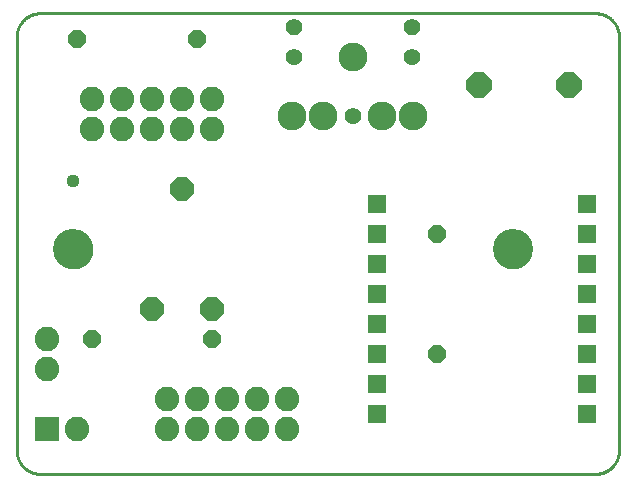
<source format=gbs>
G75*
%MOIN*%
%OFA0B0*%
%FSLAX25Y25*%
%IPPOS*%
%LPD*%
%AMOC8*
5,1,8,0,0,1.08239X$1,22.5*
%
%ADD10C,0.00000*%
%ADD11C,0.13398*%
%ADD12C,0.01000*%
%ADD13C,0.08200*%
%ADD14R,0.08200X0.08200*%
%ADD15C,0.05524*%
%ADD16C,0.09600*%
%ADD17OC8,0.07800*%
%ADD18OC8,0.08400*%
%ADD19R,0.06146X0.06146*%
%ADD20OC8,0.06000*%
%ADD21C,0.04369*%
D10*
X0014099Y0081103D02*
X0014101Y0081261D01*
X0014107Y0081419D01*
X0014117Y0081577D01*
X0014131Y0081735D01*
X0014149Y0081892D01*
X0014170Y0082049D01*
X0014196Y0082205D01*
X0014226Y0082361D01*
X0014259Y0082516D01*
X0014297Y0082669D01*
X0014338Y0082822D01*
X0014383Y0082974D01*
X0014432Y0083125D01*
X0014485Y0083274D01*
X0014541Y0083422D01*
X0014601Y0083568D01*
X0014665Y0083713D01*
X0014733Y0083856D01*
X0014804Y0083998D01*
X0014878Y0084138D01*
X0014956Y0084275D01*
X0015038Y0084411D01*
X0015122Y0084545D01*
X0015211Y0084676D01*
X0015302Y0084805D01*
X0015397Y0084932D01*
X0015494Y0085057D01*
X0015595Y0085179D01*
X0015699Y0085298D01*
X0015806Y0085415D01*
X0015916Y0085529D01*
X0016029Y0085640D01*
X0016144Y0085749D01*
X0016262Y0085854D01*
X0016383Y0085956D01*
X0016506Y0086056D01*
X0016632Y0086152D01*
X0016760Y0086245D01*
X0016890Y0086335D01*
X0017023Y0086421D01*
X0017158Y0086505D01*
X0017294Y0086584D01*
X0017433Y0086661D01*
X0017574Y0086733D01*
X0017716Y0086803D01*
X0017860Y0086868D01*
X0018006Y0086930D01*
X0018153Y0086988D01*
X0018302Y0087043D01*
X0018452Y0087094D01*
X0018603Y0087141D01*
X0018755Y0087184D01*
X0018908Y0087223D01*
X0019063Y0087259D01*
X0019218Y0087290D01*
X0019374Y0087318D01*
X0019530Y0087342D01*
X0019687Y0087362D01*
X0019845Y0087378D01*
X0020002Y0087390D01*
X0020161Y0087398D01*
X0020319Y0087402D01*
X0020477Y0087402D01*
X0020635Y0087398D01*
X0020794Y0087390D01*
X0020951Y0087378D01*
X0021109Y0087362D01*
X0021266Y0087342D01*
X0021422Y0087318D01*
X0021578Y0087290D01*
X0021733Y0087259D01*
X0021888Y0087223D01*
X0022041Y0087184D01*
X0022193Y0087141D01*
X0022344Y0087094D01*
X0022494Y0087043D01*
X0022643Y0086988D01*
X0022790Y0086930D01*
X0022936Y0086868D01*
X0023080Y0086803D01*
X0023222Y0086733D01*
X0023363Y0086661D01*
X0023502Y0086584D01*
X0023638Y0086505D01*
X0023773Y0086421D01*
X0023906Y0086335D01*
X0024036Y0086245D01*
X0024164Y0086152D01*
X0024290Y0086056D01*
X0024413Y0085956D01*
X0024534Y0085854D01*
X0024652Y0085749D01*
X0024767Y0085640D01*
X0024880Y0085529D01*
X0024990Y0085415D01*
X0025097Y0085298D01*
X0025201Y0085179D01*
X0025302Y0085057D01*
X0025399Y0084932D01*
X0025494Y0084805D01*
X0025585Y0084676D01*
X0025674Y0084545D01*
X0025758Y0084411D01*
X0025840Y0084275D01*
X0025918Y0084138D01*
X0025992Y0083998D01*
X0026063Y0083856D01*
X0026131Y0083713D01*
X0026195Y0083568D01*
X0026255Y0083422D01*
X0026311Y0083274D01*
X0026364Y0083125D01*
X0026413Y0082974D01*
X0026458Y0082822D01*
X0026499Y0082669D01*
X0026537Y0082516D01*
X0026570Y0082361D01*
X0026600Y0082205D01*
X0026626Y0082049D01*
X0026647Y0081892D01*
X0026665Y0081735D01*
X0026679Y0081577D01*
X0026689Y0081419D01*
X0026695Y0081261D01*
X0026697Y0081103D01*
X0026695Y0080945D01*
X0026689Y0080787D01*
X0026679Y0080629D01*
X0026665Y0080471D01*
X0026647Y0080314D01*
X0026626Y0080157D01*
X0026600Y0080001D01*
X0026570Y0079845D01*
X0026537Y0079690D01*
X0026499Y0079537D01*
X0026458Y0079384D01*
X0026413Y0079232D01*
X0026364Y0079081D01*
X0026311Y0078932D01*
X0026255Y0078784D01*
X0026195Y0078638D01*
X0026131Y0078493D01*
X0026063Y0078350D01*
X0025992Y0078208D01*
X0025918Y0078068D01*
X0025840Y0077931D01*
X0025758Y0077795D01*
X0025674Y0077661D01*
X0025585Y0077530D01*
X0025494Y0077401D01*
X0025399Y0077274D01*
X0025302Y0077149D01*
X0025201Y0077027D01*
X0025097Y0076908D01*
X0024990Y0076791D01*
X0024880Y0076677D01*
X0024767Y0076566D01*
X0024652Y0076457D01*
X0024534Y0076352D01*
X0024413Y0076250D01*
X0024290Y0076150D01*
X0024164Y0076054D01*
X0024036Y0075961D01*
X0023906Y0075871D01*
X0023773Y0075785D01*
X0023638Y0075701D01*
X0023502Y0075622D01*
X0023363Y0075545D01*
X0023222Y0075473D01*
X0023080Y0075403D01*
X0022936Y0075338D01*
X0022790Y0075276D01*
X0022643Y0075218D01*
X0022494Y0075163D01*
X0022344Y0075112D01*
X0022193Y0075065D01*
X0022041Y0075022D01*
X0021888Y0074983D01*
X0021733Y0074947D01*
X0021578Y0074916D01*
X0021422Y0074888D01*
X0021266Y0074864D01*
X0021109Y0074844D01*
X0020951Y0074828D01*
X0020794Y0074816D01*
X0020635Y0074808D01*
X0020477Y0074804D01*
X0020319Y0074804D01*
X0020161Y0074808D01*
X0020002Y0074816D01*
X0019845Y0074828D01*
X0019687Y0074844D01*
X0019530Y0074864D01*
X0019374Y0074888D01*
X0019218Y0074916D01*
X0019063Y0074947D01*
X0018908Y0074983D01*
X0018755Y0075022D01*
X0018603Y0075065D01*
X0018452Y0075112D01*
X0018302Y0075163D01*
X0018153Y0075218D01*
X0018006Y0075276D01*
X0017860Y0075338D01*
X0017716Y0075403D01*
X0017574Y0075473D01*
X0017433Y0075545D01*
X0017294Y0075622D01*
X0017158Y0075701D01*
X0017023Y0075785D01*
X0016890Y0075871D01*
X0016760Y0075961D01*
X0016632Y0076054D01*
X0016506Y0076150D01*
X0016383Y0076250D01*
X0016262Y0076352D01*
X0016144Y0076457D01*
X0016029Y0076566D01*
X0015916Y0076677D01*
X0015806Y0076791D01*
X0015699Y0076908D01*
X0015595Y0077027D01*
X0015494Y0077149D01*
X0015397Y0077274D01*
X0015302Y0077401D01*
X0015211Y0077530D01*
X0015122Y0077661D01*
X0015038Y0077795D01*
X0014956Y0077931D01*
X0014878Y0078068D01*
X0014804Y0078208D01*
X0014733Y0078350D01*
X0014665Y0078493D01*
X0014601Y0078638D01*
X0014541Y0078784D01*
X0014485Y0078932D01*
X0014432Y0079081D01*
X0014383Y0079232D01*
X0014338Y0079384D01*
X0014297Y0079537D01*
X0014259Y0079690D01*
X0014226Y0079845D01*
X0014196Y0080001D01*
X0014170Y0080157D01*
X0014149Y0080314D01*
X0014131Y0080471D01*
X0014117Y0080629D01*
X0014107Y0080787D01*
X0014101Y0080945D01*
X0014099Y0081103D01*
X0091453Y0145300D02*
X0091455Y0145397D01*
X0091461Y0145494D01*
X0091471Y0145590D01*
X0091485Y0145686D01*
X0091503Y0145782D01*
X0091524Y0145876D01*
X0091550Y0145970D01*
X0091579Y0146062D01*
X0091613Y0146153D01*
X0091649Y0146243D01*
X0091690Y0146331D01*
X0091734Y0146417D01*
X0091782Y0146502D01*
X0091833Y0146584D01*
X0091887Y0146665D01*
X0091945Y0146743D01*
X0092006Y0146818D01*
X0092069Y0146891D01*
X0092136Y0146962D01*
X0092206Y0147029D01*
X0092278Y0147094D01*
X0092353Y0147155D01*
X0092431Y0147214D01*
X0092510Y0147269D01*
X0092592Y0147321D01*
X0092676Y0147369D01*
X0092762Y0147414D01*
X0092850Y0147456D01*
X0092939Y0147494D01*
X0093030Y0147528D01*
X0093122Y0147558D01*
X0093215Y0147585D01*
X0093310Y0147607D01*
X0093405Y0147626D01*
X0093501Y0147641D01*
X0093597Y0147652D01*
X0093694Y0147659D01*
X0093791Y0147662D01*
X0093888Y0147661D01*
X0093985Y0147656D01*
X0094081Y0147647D01*
X0094177Y0147634D01*
X0094273Y0147617D01*
X0094368Y0147596D01*
X0094461Y0147572D01*
X0094554Y0147543D01*
X0094646Y0147511D01*
X0094736Y0147475D01*
X0094824Y0147436D01*
X0094911Y0147392D01*
X0094996Y0147346D01*
X0095079Y0147295D01*
X0095160Y0147242D01*
X0095238Y0147185D01*
X0095315Y0147125D01*
X0095388Y0147062D01*
X0095459Y0146996D01*
X0095527Y0146927D01*
X0095593Y0146855D01*
X0095655Y0146781D01*
X0095714Y0146704D01*
X0095770Y0146625D01*
X0095823Y0146543D01*
X0095873Y0146460D01*
X0095918Y0146374D01*
X0095961Y0146287D01*
X0096000Y0146198D01*
X0096035Y0146108D01*
X0096066Y0146016D01*
X0096093Y0145923D01*
X0096117Y0145829D01*
X0096137Y0145734D01*
X0096153Y0145638D01*
X0096165Y0145542D01*
X0096173Y0145445D01*
X0096177Y0145348D01*
X0096177Y0145252D01*
X0096173Y0145155D01*
X0096165Y0145058D01*
X0096153Y0144962D01*
X0096137Y0144866D01*
X0096117Y0144771D01*
X0096093Y0144677D01*
X0096066Y0144584D01*
X0096035Y0144492D01*
X0096000Y0144402D01*
X0095961Y0144313D01*
X0095918Y0144226D01*
X0095873Y0144140D01*
X0095823Y0144057D01*
X0095770Y0143975D01*
X0095714Y0143896D01*
X0095655Y0143819D01*
X0095593Y0143745D01*
X0095527Y0143673D01*
X0095459Y0143604D01*
X0095388Y0143538D01*
X0095315Y0143475D01*
X0095238Y0143415D01*
X0095160Y0143358D01*
X0095079Y0143305D01*
X0094996Y0143254D01*
X0094911Y0143208D01*
X0094824Y0143164D01*
X0094736Y0143125D01*
X0094646Y0143089D01*
X0094554Y0143057D01*
X0094461Y0143028D01*
X0094368Y0143004D01*
X0094273Y0142983D01*
X0094177Y0142966D01*
X0094081Y0142953D01*
X0093985Y0142944D01*
X0093888Y0142939D01*
X0093791Y0142938D01*
X0093694Y0142941D01*
X0093597Y0142948D01*
X0093501Y0142959D01*
X0093405Y0142974D01*
X0093310Y0142993D01*
X0093215Y0143015D01*
X0093122Y0143042D01*
X0093030Y0143072D01*
X0092939Y0143106D01*
X0092850Y0143144D01*
X0092762Y0143186D01*
X0092676Y0143231D01*
X0092592Y0143279D01*
X0092510Y0143331D01*
X0092431Y0143386D01*
X0092353Y0143445D01*
X0092278Y0143506D01*
X0092206Y0143571D01*
X0092136Y0143638D01*
X0092069Y0143709D01*
X0092006Y0143782D01*
X0091945Y0143857D01*
X0091887Y0143935D01*
X0091833Y0144016D01*
X0091782Y0144098D01*
X0091734Y0144183D01*
X0091690Y0144269D01*
X0091649Y0144357D01*
X0091613Y0144447D01*
X0091579Y0144538D01*
X0091550Y0144630D01*
X0091524Y0144724D01*
X0091503Y0144818D01*
X0091485Y0144914D01*
X0091471Y0145010D01*
X0091461Y0145106D01*
X0091455Y0145203D01*
X0091453Y0145300D01*
X0091453Y0155143D02*
X0091455Y0155240D01*
X0091461Y0155337D01*
X0091471Y0155433D01*
X0091485Y0155529D01*
X0091503Y0155625D01*
X0091524Y0155719D01*
X0091550Y0155813D01*
X0091579Y0155905D01*
X0091613Y0155996D01*
X0091649Y0156086D01*
X0091690Y0156174D01*
X0091734Y0156260D01*
X0091782Y0156345D01*
X0091833Y0156427D01*
X0091887Y0156508D01*
X0091945Y0156586D01*
X0092006Y0156661D01*
X0092069Y0156734D01*
X0092136Y0156805D01*
X0092206Y0156872D01*
X0092278Y0156937D01*
X0092353Y0156998D01*
X0092431Y0157057D01*
X0092510Y0157112D01*
X0092592Y0157164D01*
X0092676Y0157212D01*
X0092762Y0157257D01*
X0092850Y0157299D01*
X0092939Y0157337D01*
X0093030Y0157371D01*
X0093122Y0157401D01*
X0093215Y0157428D01*
X0093310Y0157450D01*
X0093405Y0157469D01*
X0093501Y0157484D01*
X0093597Y0157495D01*
X0093694Y0157502D01*
X0093791Y0157505D01*
X0093888Y0157504D01*
X0093985Y0157499D01*
X0094081Y0157490D01*
X0094177Y0157477D01*
X0094273Y0157460D01*
X0094368Y0157439D01*
X0094461Y0157415D01*
X0094554Y0157386D01*
X0094646Y0157354D01*
X0094736Y0157318D01*
X0094824Y0157279D01*
X0094911Y0157235D01*
X0094996Y0157189D01*
X0095079Y0157138D01*
X0095160Y0157085D01*
X0095238Y0157028D01*
X0095315Y0156968D01*
X0095388Y0156905D01*
X0095459Y0156839D01*
X0095527Y0156770D01*
X0095593Y0156698D01*
X0095655Y0156624D01*
X0095714Y0156547D01*
X0095770Y0156468D01*
X0095823Y0156386D01*
X0095873Y0156303D01*
X0095918Y0156217D01*
X0095961Y0156130D01*
X0096000Y0156041D01*
X0096035Y0155951D01*
X0096066Y0155859D01*
X0096093Y0155766D01*
X0096117Y0155672D01*
X0096137Y0155577D01*
X0096153Y0155481D01*
X0096165Y0155385D01*
X0096173Y0155288D01*
X0096177Y0155191D01*
X0096177Y0155095D01*
X0096173Y0154998D01*
X0096165Y0154901D01*
X0096153Y0154805D01*
X0096137Y0154709D01*
X0096117Y0154614D01*
X0096093Y0154520D01*
X0096066Y0154427D01*
X0096035Y0154335D01*
X0096000Y0154245D01*
X0095961Y0154156D01*
X0095918Y0154069D01*
X0095873Y0153983D01*
X0095823Y0153900D01*
X0095770Y0153818D01*
X0095714Y0153739D01*
X0095655Y0153662D01*
X0095593Y0153588D01*
X0095527Y0153516D01*
X0095459Y0153447D01*
X0095388Y0153381D01*
X0095315Y0153318D01*
X0095238Y0153258D01*
X0095160Y0153201D01*
X0095079Y0153148D01*
X0094996Y0153097D01*
X0094911Y0153051D01*
X0094824Y0153007D01*
X0094736Y0152968D01*
X0094646Y0152932D01*
X0094554Y0152900D01*
X0094461Y0152871D01*
X0094368Y0152847D01*
X0094273Y0152826D01*
X0094177Y0152809D01*
X0094081Y0152796D01*
X0093985Y0152787D01*
X0093888Y0152782D01*
X0093791Y0152781D01*
X0093694Y0152784D01*
X0093597Y0152791D01*
X0093501Y0152802D01*
X0093405Y0152817D01*
X0093310Y0152836D01*
X0093215Y0152858D01*
X0093122Y0152885D01*
X0093030Y0152915D01*
X0092939Y0152949D01*
X0092850Y0152987D01*
X0092762Y0153029D01*
X0092676Y0153074D01*
X0092592Y0153122D01*
X0092510Y0153174D01*
X0092431Y0153229D01*
X0092353Y0153288D01*
X0092278Y0153349D01*
X0092206Y0153414D01*
X0092136Y0153481D01*
X0092069Y0153552D01*
X0092006Y0153625D01*
X0091945Y0153700D01*
X0091887Y0153778D01*
X0091833Y0153859D01*
X0091782Y0153941D01*
X0091734Y0154026D01*
X0091690Y0154112D01*
X0091649Y0154200D01*
X0091613Y0154290D01*
X0091579Y0154381D01*
X0091550Y0154473D01*
X0091524Y0154567D01*
X0091503Y0154661D01*
X0091485Y0154757D01*
X0091471Y0154853D01*
X0091461Y0154949D01*
X0091455Y0155046D01*
X0091453Y0155143D01*
X0111138Y0125615D02*
X0111140Y0125712D01*
X0111146Y0125809D01*
X0111156Y0125905D01*
X0111170Y0126001D01*
X0111188Y0126097D01*
X0111209Y0126191D01*
X0111235Y0126285D01*
X0111264Y0126377D01*
X0111298Y0126468D01*
X0111334Y0126558D01*
X0111375Y0126646D01*
X0111419Y0126732D01*
X0111467Y0126817D01*
X0111518Y0126899D01*
X0111572Y0126980D01*
X0111630Y0127058D01*
X0111691Y0127133D01*
X0111754Y0127206D01*
X0111821Y0127277D01*
X0111891Y0127344D01*
X0111963Y0127409D01*
X0112038Y0127470D01*
X0112116Y0127529D01*
X0112195Y0127584D01*
X0112277Y0127636D01*
X0112361Y0127684D01*
X0112447Y0127729D01*
X0112535Y0127771D01*
X0112624Y0127809D01*
X0112715Y0127843D01*
X0112807Y0127873D01*
X0112900Y0127900D01*
X0112995Y0127922D01*
X0113090Y0127941D01*
X0113186Y0127956D01*
X0113282Y0127967D01*
X0113379Y0127974D01*
X0113476Y0127977D01*
X0113573Y0127976D01*
X0113670Y0127971D01*
X0113766Y0127962D01*
X0113862Y0127949D01*
X0113958Y0127932D01*
X0114053Y0127911D01*
X0114146Y0127887D01*
X0114239Y0127858D01*
X0114331Y0127826D01*
X0114421Y0127790D01*
X0114509Y0127751D01*
X0114596Y0127707D01*
X0114681Y0127661D01*
X0114764Y0127610D01*
X0114845Y0127557D01*
X0114923Y0127500D01*
X0115000Y0127440D01*
X0115073Y0127377D01*
X0115144Y0127311D01*
X0115212Y0127242D01*
X0115278Y0127170D01*
X0115340Y0127096D01*
X0115399Y0127019D01*
X0115455Y0126940D01*
X0115508Y0126858D01*
X0115558Y0126775D01*
X0115603Y0126689D01*
X0115646Y0126602D01*
X0115685Y0126513D01*
X0115720Y0126423D01*
X0115751Y0126331D01*
X0115778Y0126238D01*
X0115802Y0126144D01*
X0115822Y0126049D01*
X0115838Y0125953D01*
X0115850Y0125857D01*
X0115858Y0125760D01*
X0115862Y0125663D01*
X0115862Y0125567D01*
X0115858Y0125470D01*
X0115850Y0125373D01*
X0115838Y0125277D01*
X0115822Y0125181D01*
X0115802Y0125086D01*
X0115778Y0124992D01*
X0115751Y0124899D01*
X0115720Y0124807D01*
X0115685Y0124717D01*
X0115646Y0124628D01*
X0115603Y0124541D01*
X0115558Y0124455D01*
X0115508Y0124372D01*
X0115455Y0124290D01*
X0115399Y0124211D01*
X0115340Y0124134D01*
X0115278Y0124060D01*
X0115212Y0123988D01*
X0115144Y0123919D01*
X0115073Y0123853D01*
X0115000Y0123790D01*
X0114923Y0123730D01*
X0114845Y0123673D01*
X0114764Y0123620D01*
X0114681Y0123569D01*
X0114596Y0123523D01*
X0114509Y0123479D01*
X0114421Y0123440D01*
X0114331Y0123404D01*
X0114239Y0123372D01*
X0114146Y0123343D01*
X0114053Y0123319D01*
X0113958Y0123298D01*
X0113862Y0123281D01*
X0113766Y0123268D01*
X0113670Y0123259D01*
X0113573Y0123254D01*
X0113476Y0123253D01*
X0113379Y0123256D01*
X0113282Y0123263D01*
X0113186Y0123274D01*
X0113090Y0123289D01*
X0112995Y0123308D01*
X0112900Y0123330D01*
X0112807Y0123357D01*
X0112715Y0123387D01*
X0112624Y0123421D01*
X0112535Y0123459D01*
X0112447Y0123501D01*
X0112361Y0123546D01*
X0112277Y0123594D01*
X0112195Y0123646D01*
X0112116Y0123701D01*
X0112038Y0123760D01*
X0111963Y0123821D01*
X0111891Y0123886D01*
X0111821Y0123953D01*
X0111754Y0124024D01*
X0111691Y0124097D01*
X0111630Y0124172D01*
X0111572Y0124250D01*
X0111518Y0124331D01*
X0111467Y0124413D01*
X0111419Y0124498D01*
X0111375Y0124584D01*
X0111334Y0124672D01*
X0111298Y0124762D01*
X0111264Y0124853D01*
X0111235Y0124945D01*
X0111209Y0125039D01*
X0111188Y0125133D01*
X0111170Y0125229D01*
X0111156Y0125325D01*
X0111146Y0125421D01*
X0111140Y0125518D01*
X0111138Y0125615D01*
X0130823Y0145300D02*
X0130825Y0145397D01*
X0130831Y0145494D01*
X0130841Y0145590D01*
X0130855Y0145686D01*
X0130873Y0145782D01*
X0130894Y0145876D01*
X0130920Y0145970D01*
X0130949Y0146062D01*
X0130983Y0146153D01*
X0131019Y0146243D01*
X0131060Y0146331D01*
X0131104Y0146417D01*
X0131152Y0146502D01*
X0131203Y0146584D01*
X0131257Y0146665D01*
X0131315Y0146743D01*
X0131376Y0146818D01*
X0131439Y0146891D01*
X0131506Y0146962D01*
X0131576Y0147029D01*
X0131648Y0147094D01*
X0131723Y0147155D01*
X0131801Y0147214D01*
X0131880Y0147269D01*
X0131962Y0147321D01*
X0132046Y0147369D01*
X0132132Y0147414D01*
X0132220Y0147456D01*
X0132309Y0147494D01*
X0132400Y0147528D01*
X0132492Y0147558D01*
X0132585Y0147585D01*
X0132680Y0147607D01*
X0132775Y0147626D01*
X0132871Y0147641D01*
X0132967Y0147652D01*
X0133064Y0147659D01*
X0133161Y0147662D01*
X0133258Y0147661D01*
X0133355Y0147656D01*
X0133451Y0147647D01*
X0133547Y0147634D01*
X0133643Y0147617D01*
X0133738Y0147596D01*
X0133831Y0147572D01*
X0133924Y0147543D01*
X0134016Y0147511D01*
X0134106Y0147475D01*
X0134194Y0147436D01*
X0134281Y0147392D01*
X0134366Y0147346D01*
X0134449Y0147295D01*
X0134530Y0147242D01*
X0134608Y0147185D01*
X0134685Y0147125D01*
X0134758Y0147062D01*
X0134829Y0146996D01*
X0134897Y0146927D01*
X0134963Y0146855D01*
X0135025Y0146781D01*
X0135084Y0146704D01*
X0135140Y0146625D01*
X0135193Y0146543D01*
X0135243Y0146460D01*
X0135288Y0146374D01*
X0135331Y0146287D01*
X0135370Y0146198D01*
X0135405Y0146108D01*
X0135436Y0146016D01*
X0135463Y0145923D01*
X0135487Y0145829D01*
X0135507Y0145734D01*
X0135523Y0145638D01*
X0135535Y0145542D01*
X0135543Y0145445D01*
X0135547Y0145348D01*
X0135547Y0145252D01*
X0135543Y0145155D01*
X0135535Y0145058D01*
X0135523Y0144962D01*
X0135507Y0144866D01*
X0135487Y0144771D01*
X0135463Y0144677D01*
X0135436Y0144584D01*
X0135405Y0144492D01*
X0135370Y0144402D01*
X0135331Y0144313D01*
X0135288Y0144226D01*
X0135243Y0144140D01*
X0135193Y0144057D01*
X0135140Y0143975D01*
X0135084Y0143896D01*
X0135025Y0143819D01*
X0134963Y0143745D01*
X0134897Y0143673D01*
X0134829Y0143604D01*
X0134758Y0143538D01*
X0134685Y0143475D01*
X0134608Y0143415D01*
X0134530Y0143358D01*
X0134449Y0143305D01*
X0134366Y0143254D01*
X0134281Y0143208D01*
X0134194Y0143164D01*
X0134106Y0143125D01*
X0134016Y0143089D01*
X0133924Y0143057D01*
X0133831Y0143028D01*
X0133738Y0143004D01*
X0133643Y0142983D01*
X0133547Y0142966D01*
X0133451Y0142953D01*
X0133355Y0142944D01*
X0133258Y0142939D01*
X0133161Y0142938D01*
X0133064Y0142941D01*
X0132967Y0142948D01*
X0132871Y0142959D01*
X0132775Y0142974D01*
X0132680Y0142993D01*
X0132585Y0143015D01*
X0132492Y0143042D01*
X0132400Y0143072D01*
X0132309Y0143106D01*
X0132220Y0143144D01*
X0132132Y0143186D01*
X0132046Y0143231D01*
X0131962Y0143279D01*
X0131880Y0143331D01*
X0131801Y0143386D01*
X0131723Y0143445D01*
X0131648Y0143506D01*
X0131576Y0143571D01*
X0131506Y0143638D01*
X0131439Y0143709D01*
X0131376Y0143782D01*
X0131315Y0143857D01*
X0131257Y0143935D01*
X0131203Y0144016D01*
X0131152Y0144098D01*
X0131104Y0144183D01*
X0131060Y0144269D01*
X0131019Y0144357D01*
X0130983Y0144447D01*
X0130949Y0144538D01*
X0130920Y0144630D01*
X0130894Y0144724D01*
X0130873Y0144818D01*
X0130855Y0144914D01*
X0130841Y0145010D01*
X0130831Y0145106D01*
X0130825Y0145203D01*
X0130823Y0145300D01*
X0130823Y0155143D02*
X0130825Y0155240D01*
X0130831Y0155337D01*
X0130841Y0155433D01*
X0130855Y0155529D01*
X0130873Y0155625D01*
X0130894Y0155719D01*
X0130920Y0155813D01*
X0130949Y0155905D01*
X0130983Y0155996D01*
X0131019Y0156086D01*
X0131060Y0156174D01*
X0131104Y0156260D01*
X0131152Y0156345D01*
X0131203Y0156427D01*
X0131257Y0156508D01*
X0131315Y0156586D01*
X0131376Y0156661D01*
X0131439Y0156734D01*
X0131506Y0156805D01*
X0131576Y0156872D01*
X0131648Y0156937D01*
X0131723Y0156998D01*
X0131801Y0157057D01*
X0131880Y0157112D01*
X0131962Y0157164D01*
X0132046Y0157212D01*
X0132132Y0157257D01*
X0132220Y0157299D01*
X0132309Y0157337D01*
X0132400Y0157371D01*
X0132492Y0157401D01*
X0132585Y0157428D01*
X0132680Y0157450D01*
X0132775Y0157469D01*
X0132871Y0157484D01*
X0132967Y0157495D01*
X0133064Y0157502D01*
X0133161Y0157505D01*
X0133258Y0157504D01*
X0133355Y0157499D01*
X0133451Y0157490D01*
X0133547Y0157477D01*
X0133643Y0157460D01*
X0133738Y0157439D01*
X0133831Y0157415D01*
X0133924Y0157386D01*
X0134016Y0157354D01*
X0134106Y0157318D01*
X0134194Y0157279D01*
X0134281Y0157235D01*
X0134366Y0157189D01*
X0134449Y0157138D01*
X0134530Y0157085D01*
X0134608Y0157028D01*
X0134685Y0156968D01*
X0134758Y0156905D01*
X0134829Y0156839D01*
X0134897Y0156770D01*
X0134963Y0156698D01*
X0135025Y0156624D01*
X0135084Y0156547D01*
X0135140Y0156468D01*
X0135193Y0156386D01*
X0135243Y0156303D01*
X0135288Y0156217D01*
X0135331Y0156130D01*
X0135370Y0156041D01*
X0135405Y0155951D01*
X0135436Y0155859D01*
X0135463Y0155766D01*
X0135487Y0155672D01*
X0135507Y0155577D01*
X0135523Y0155481D01*
X0135535Y0155385D01*
X0135543Y0155288D01*
X0135547Y0155191D01*
X0135547Y0155095D01*
X0135543Y0154998D01*
X0135535Y0154901D01*
X0135523Y0154805D01*
X0135507Y0154709D01*
X0135487Y0154614D01*
X0135463Y0154520D01*
X0135436Y0154427D01*
X0135405Y0154335D01*
X0135370Y0154245D01*
X0135331Y0154156D01*
X0135288Y0154069D01*
X0135243Y0153983D01*
X0135193Y0153900D01*
X0135140Y0153818D01*
X0135084Y0153739D01*
X0135025Y0153662D01*
X0134963Y0153588D01*
X0134897Y0153516D01*
X0134829Y0153447D01*
X0134758Y0153381D01*
X0134685Y0153318D01*
X0134608Y0153258D01*
X0134530Y0153201D01*
X0134449Y0153148D01*
X0134366Y0153097D01*
X0134281Y0153051D01*
X0134194Y0153007D01*
X0134106Y0152968D01*
X0134016Y0152932D01*
X0133924Y0152900D01*
X0133831Y0152871D01*
X0133738Y0152847D01*
X0133643Y0152826D01*
X0133547Y0152809D01*
X0133451Y0152796D01*
X0133355Y0152787D01*
X0133258Y0152782D01*
X0133161Y0152781D01*
X0133064Y0152784D01*
X0132967Y0152791D01*
X0132871Y0152802D01*
X0132775Y0152817D01*
X0132680Y0152836D01*
X0132585Y0152858D01*
X0132492Y0152885D01*
X0132400Y0152915D01*
X0132309Y0152949D01*
X0132220Y0152987D01*
X0132132Y0153029D01*
X0132046Y0153074D01*
X0131962Y0153122D01*
X0131880Y0153174D01*
X0131801Y0153229D01*
X0131723Y0153288D01*
X0131648Y0153349D01*
X0131576Y0153414D01*
X0131506Y0153481D01*
X0131439Y0153552D01*
X0131376Y0153625D01*
X0131315Y0153700D01*
X0131257Y0153778D01*
X0131203Y0153859D01*
X0131152Y0153941D01*
X0131104Y0154026D01*
X0131060Y0154112D01*
X0131019Y0154200D01*
X0130983Y0154290D01*
X0130949Y0154381D01*
X0130920Y0154473D01*
X0130894Y0154567D01*
X0130873Y0154661D01*
X0130855Y0154757D01*
X0130841Y0154853D01*
X0130831Y0154949D01*
X0130825Y0155046D01*
X0130823Y0155143D01*
X0160555Y0081103D02*
X0160557Y0081261D01*
X0160563Y0081419D01*
X0160573Y0081577D01*
X0160587Y0081735D01*
X0160605Y0081892D01*
X0160626Y0082049D01*
X0160652Y0082205D01*
X0160682Y0082361D01*
X0160715Y0082516D01*
X0160753Y0082669D01*
X0160794Y0082822D01*
X0160839Y0082974D01*
X0160888Y0083125D01*
X0160941Y0083274D01*
X0160997Y0083422D01*
X0161057Y0083568D01*
X0161121Y0083713D01*
X0161189Y0083856D01*
X0161260Y0083998D01*
X0161334Y0084138D01*
X0161412Y0084275D01*
X0161494Y0084411D01*
X0161578Y0084545D01*
X0161667Y0084676D01*
X0161758Y0084805D01*
X0161853Y0084932D01*
X0161950Y0085057D01*
X0162051Y0085179D01*
X0162155Y0085298D01*
X0162262Y0085415D01*
X0162372Y0085529D01*
X0162485Y0085640D01*
X0162600Y0085749D01*
X0162718Y0085854D01*
X0162839Y0085956D01*
X0162962Y0086056D01*
X0163088Y0086152D01*
X0163216Y0086245D01*
X0163346Y0086335D01*
X0163479Y0086421D01*
X0163614Y0086505D01*
X0163750Y0086584D01*
X0163889Y0086661D01*
X0164030Y0086733D01*
X0164172Y0086803D01*
X0164316Y0086868D01*
X0164462Y0086930D01*
X0164609Y0086988D01*
X0164758Y0087043D01*
X0164908Y0087094D01*
X0165059Y0087141D01*
X0165211Y0087184D01*
X0165364Y0087223D01*
X0165519Y0087259D01*
X0165674Y0087290D01*
X0165830Y0087318D01*
X0165986Y0087342D01*
X0166143Y0087362D01*
X0166301Y0087378D01*
X0166458Y0087390D01*
X0166617Y0087398D01*
X0166775Y0087402D01*
X0166933Y0087402D01*
X0167091Y0087398D01*
X0167250Y0087390D01*
X0167407Y0087378D01*
X0167565Y0087362D01*
X0167722Y0087342D01*
X0167878Y0087318D01*
X0168034Y0087290D01*
X0168189Y0087259D01*
X0168344Y0087223D01*
X0168497Y0087184D01*
X0168649Y0087141D01*
X0168800Y0087094D01*
X0168950Y0087043D01*
X0169099Y0086988D01*
X0169246Y0086930D01*
X0169392Y0086868D01*
X0169536Y0086803D01*
X0169678Y0086733D01*
X0169819Y0086661D01*
X0169958Y0086584D01*
X0170094Y0086505D01*
X0170229Y0086421D01*
X0170362Y0086335D01*
X0170492Y0086245D01*
X0170620Y0086152D01*
X0170746Y0086056D01*
X0170869Y0085956D01*
X0170990Y0085854D01*
X0171108Y0085749D01*
X0171223Y0085640D01*
X0171336Y0085529D01*
X0171446Y0085415D01*
X0171553Y0085298D01*
X0171657Y0085179D01*
X0171758Y0085057D01*
X0171855Y0084932D01*
X0171950Y0084805D01*
X0172041Y0084676D01*
X0172130Y0084545D01*
X0172214Y0084411D01*
X0172296Y0084275D01*
X0172374Y0084138D01*
X0172448Y0083998D01*
X0172519Y0083856D01*
X0172587Y0083713D01*
X0172651Y0083568D01*
X0172711Y0083422D01*
X0172767Y0083274D01*
X0172820Y0083125D01*
X0172869Y0082974D01*
X0172914Y0082822D01*
X0172955Y0082669D01*
X0172993Y0082516D01*
X0173026Y0082361D01*
X0173056Y0082205D01*
X0173082Y0082049D01*
X0173103Y0081892D01*
X0173121Y0081735D01*
X0173135Y0081577D01*
X0173145Y0081419D01*
X0173151Y0081261D01*
X0173153Y0081103D01*
X0173151Y0080945D01*
X0173145Y0080787D01*
X0173135Y0080629D01*
X0173121Y0080471D01*
X0173103Y0080314D01*
X0173082Y0080157D01*
X0173056Y0080001D01*
X0173026Y0079845D01*
X0172993Y0079690D01*
X0172955Y0079537D01*
X0172914Y0079384D01*
X0172869Y0079232D01*
X0172820Y0079081D01*
X0172767Y0078932D01*
X0172711Y0078784D01*
X0172651Y0078638D01*
X0172587Y0078493D01*
X0172519Y0078350D01*
X0172448Y0078208D01*
X0172374Y0078068D01*
X0172296Y0077931D01*
X0172214Y0077795D01*
X0172130Y0077661D01*
X0172041Y0077530D01*
X0171950Y0077401D01*
X0171855Y0077274D01*
X0171758Y0077149D01*
X0171657Y0077027D01*
X0171553Y0076908D01*
X0171446Y0076791D01*
X0171336Y0076677D01*
X0171223Y0076566D01*
X0171108Y0076457D01*
X0170990Y0076352D01*
X0170869Y0076250D01*
X0170746Y0076150D01*
X0170620Y0076054D01*
X0170492Y0075961D01*
X0170362Y0075871D01*
X0170229Y0075785D01*
X0170094Y0075701D01*
X0169958Y0075622D01*
X0169819Y0075545D01*
X0169678Y0075473D01*
X0169536Y0075403D01*
X0169392Y0075338D01*
X0169246Y0075276D01*
X0169099Y0075218D01*
X0168950Y0075163D01*
X0168800Y0075112D01*
X0168649Y0075065D01*
X0168497Y0075022D01*
X0168344Y0074983D01*
X0168189Y0074947D01*
X0168034Y0074916D01*
X0167878Y0074888D01*
X0167722Y0074864D01*
X0167565Y0074844D01*
X0167407Y0074828D01*
X0167250Y0074816D01*
X0167091Y0074808D01*
X0166933Y0074804D01*
X0166775Y0074804D01*
X0166617Y0074808D01*
X0166458Y0074816D01*
X0166301Y0074828D01*
X0166143Y0074844D01*
X0165986Y0074864D01*
X0165830Y0074888D01*
X0165674Y0074916D01*
X0165519Y0074947D01*
X0165364Y0074983D01*
X0165211Y0075022D01*
X0165059Y0075065D01*
X0164908Y0075112D01*
X0164758Y0075163D01*
X0164609Y0075218D01*
X0164462Y0075276D01*
X0164316Y0075338D01*
X0164172Y0075403D01*
X0164030Y0075473D01*
X0163889Y0075545D01*
X0163750Y0075622D01*
X0163614Y0075701D01*
X0163479Y0075785D01*
X0163346Y0075871D01*
X0163216Y0075961D01*
X0163088Y0076054D01*
X0162962Y0076150D01*
X0162839Y0076250D01*
X0162718Y0076352D01*
X0162600Y0076457D01*
X0162485Y0076566D01*
X0162372Y0076677D01*
X0162262Y0076791D01*
X0162155Y0076908D01*
X0162051Y0077027D01*
X0161950Y0077149D01*
X0161853Y0077274D01*
X0161758Y0077401D01*
X0161667Y0077530D01*
X0161578Y0077661D01*
X0161494Y0077795D01*
X0161412Y0077931D01*
X0161334Y0078068D01*
X0161260Y0078208D01*
X0161189Y0078350D01*
X0161121Y0078493D01*
X0161057Y0078638D01*
X0160997Y0078784D01*
X0160941Y0078932D01*
X0160888Y0079081D01*
X0160839Y0079232D01*
X0160794Y0079384D01*
X0160753Y0079537D01*
X0160715Y0079690D01*
X0160682Y0079845D01*
X0160652Y0080001D01*
X0160626Y0080157D01*
X0160605Y0080314D01*
X0160587Y0080471D01*
X0160573Y0080629D01*
X0160563Y0080787D01*
X0160557Y0080945D01*
X0160555Y0081103D01*
D11*
X0166854Y0081103D03*
X0020398Y0081103D03*
D12*
X0009374Y0006300D02*
X0194413Y0006300D01*
X0194603Y0006302D01*
X0194793Y0006309D01*
X0194983Y0006321D01*
X0195173Y0006337D01*
X0195362Y0006357D01*
X0195551Y0006383D01*
X0195739Y0006412D01*
X0195926Y0006447D01*
X0196112Y0006486D01*
X0196297Y0006529D01*
X0196482Y0006577D01*
X0196665Y0006629D01*
X0196846Y0006685D01*
X0197026Y0006746D01*
X0197205Y0006812D01*
X0197382Y0006881D01*
X0197558Y0006955D01*
X0197731Y0007033D01*
X0197903Y0007116D01*
X0198072Y0007202D01*
X0198240Y0007292D01*
X0198405Y0007387D01*
X0198568Y0007485D01*
X0198728Y0007588D01*
X0198886Y0007694D01*
X0199041Y0007804D01*
X0199194Y0007917D01*
X0199344Y0008035D01*
X0199490Y0008156D01*
X0199634Y0008280D01*
X0199775Y0008408D01*
X0199913Y0008539D01*
X0200048Y0008674D01*
X0200179Y0008812D01*
X0200307Y0008953D01*
X0200431Y0009097D01*
X0200552Y0009243D01*
X0200670Y0009393D01*
X0200783Y0009546D01*
X0200893Y0009701D01*
X0200999Y0009859D01*
X0201102Y0010019D01*
X0201200Y0010182D01*
X0201295Y0010347D01*
X0201385Y0010515D01*
X0201471Y0010684D01*
X0201554Y0010856D01*
X0201632Y0011029D01*
X0201706Y0011205D01*
X0201775Y0011382D01*
X0201841Y0011561D01*
X0201902Y0011741D01*
X0201958Y0011922D01*
X0202010Y0012105D01*
X0202058Y0012290D01*
X0202101Y0012475D01*
X0202140Y0012661D01*
X0202175Y0012848D01*
X0202204Y0013036D01*
X0202230Y0013225D01*
X0202250Y0013414D01*
X0202266Y0013604D01*
X0202278Y0013794D01*
X0202285Y0013984D01*
X0202287Y0014174D01*
X0202287Y0151969D01*
X0202285Y0152159D01*
X0202278Y0152349D01*
X0202266Y0152539D01*
X0202250Y0152729D01*
X0202230Y0152918D01*
X0202204Y0153107D01*
X0202175Y0153295D01*
X0202140Y0153482D01*
X0202101Y0153668D01*
X0202058Y0153853D01*
X0202010Y0154038D01*
X0201958Y0154221D01*
X0201902Y0154402D01*
X0201841Y0154582D01*
X0201775Y0154761D01*
X0201706Y0154938D01*
X0201632Y0155114D01*
X0201554Y0155287D01*
X0201471Y0155459D01*
X0201385Y0155628D01*
X0201295Y0155796D01*
X0201200Y0155961D01*
X0201102Y0156124D01*
X0200999Y0156284D01*
X0200893Y0156442D01*
X0200783Y0156597D01*
X0200670Y0156750D01*
X0200552Y0156900D01*
X0200431Y0157046D01*
X0200307Y0157190D01*
X0200179Y0157331D01*
X0200048Y0157469D01*
X0199913Y0157604D01*
X0199775Y0157735D01*
X0199634Y0157863D01*
X0199490Y0157987D01*
X0199344Y0158108D01*
X0199194Y0158226D01*
X0199041Y0158339D01*
X0198886Y0158449D01*
X0198728Y0158555D01*
X0198568Y0158658D01*
X0198405Y0158756D01*
X0198240Y0158851D01*
X0198072Y0158941D01*
X0197903Y0159027D01*
X0197731Y0159110D01*
X0197558Y0159188D01*
X0197382Y0159262D01*
X0197205Y0159331D01*
X0197026Y0159397D01*
X0196846Y0159458D01*
X0196665Y0159514D01*
X0196482Y0159566D01*
X0196297Y0159614D01*
X0196112Y0159657D01*
X0195926Y0159696D01*
X0195739Y0159731D01*
X0195551Y0159760D01*
X0195362Y0159786D01*
X0195173Y0159806D01*
X0194983Y0159822D01*
X0194793Y0159834D01*
X0194603Y0159841D01*
X0194413Y0159843D01*
X0009374Y0159843D01*
X0009184Y0159841D01*
X0008994Y0159834D01*
X0008804Y0159822D01*
X0008614Y0159806D01*
X0008425Y0159786D01*
X0008236Y0159760D01*
X0008048Y0159731D01*
X0007861Y0159696D01*
X0007675Y0159657D01*
X0007490Y0159614D01*
X0007305Y0159566D01*
X0007122Y0159514D01*
X0006941Y0159458D01*
X0006761Y0159397D01*
X0006582Y0159331D01*
X0006405Y0159262D01*
X0006229Y0159188D01*
X0006056Y0159110D01*
X0005884Y0159027D01*
X0005715Y0158941D01*
X0005547Y0158851D01*
X0005382Y0158756D01*
X0005219Y0158658D01*
X0005059Y0158555D01*
X0004901Y0158449D01*
X0004746Y0158339D01*
X0004593Y0158226D01*
X0004443Y0158108D01*
X0004297Y0157987D01*
X0004153Y0157863D01*
X0004012Y0157735D01*
X0003874Y0157604D01*
X0003739Y0157469D01*
X0003608Y0157331D01*
X0003480Y0157190D01*
X0003356Y0157046D01*
X0003235Y0156900D01*
X0003117Y0156750D01*
X0003004Y0156597D01*
X0002894Y0156442D01*
X0002788Y0156284D01*
X0002685Y0156124D01*
X0002587Y0155961D01*
X0002492Y0155796D01*
X0002402Y0155628D01*
X0002316Y0155459D01*
X0002233Y0155287D01*
X0002155Y0155114D01*
X0002081Y0154938D01*
X0002012Y0154761D01*
X0001946Y0154582D01*
X0001885Y0154402D01*
X0001829Y0154221D01*
X0001777Y0154038D01*
X0001729Y0153853D01*
X0001686Y0153668D01*
X0001647Y0153482D01*
X0001612Y0153295D01*
X0001583Y0153107D01*
X0001557Y0152918D01*
X0001537Y0152729D01*
X0001521Y0152539D01*
X0001509Y0152349D01*
X0001502Y0152159D01*
X0001500Y0151969D01*
X0001500Y0014174D01*
X0001502Y0013984D01*
X0001509Y0013794D01*
X0001521Y0013604D01*
X0001537Y0013414D01*
X0001557Y0013225D01*
X0001583Y0013036D01*
X0001612Y0012848D01*
X0001647Y0012661D01*
X0001686Y0012475D01*
X0001729Y0012290D01*
X0001777Y0012105D01*
X0001829Y0011922D01*
X0001885Y0011741D01*
X0001946Y0011561D01*
X0002012Y0011382D01*
X0002081Y0011205D01*
X0002155Y0011029D01*
X0002233Y0010856D01*
X0002316Y0010684D01*
X0002402Y0010515D01*
X0002492Y0010347D01*
X0002587Y0010182D01*
X0002685Y0010019D01*
X0002788Y0009859D01*
X0002894Y0009701D01*
X0003004Y0009546D01*
X0003117Y0009393D01*
X0003235Y0009243D01*
X0003356Y0009097D01*
X0003480Y0008953D01*
X0003608Y0008812D01*
X0003739Y0008674D01*
X0003874Y0008539D01*
X0004012Y0008408D01*
X0004153Y0008280D01*
X0004297Y0008156D01*
X0004443Y0008035D01*
X0004593Y0007917D01*
X0004746Y0007804D01*
X0004901Y0007694D01*
X0005059Y0007588D01*
X0005219Y0007485D01*
X0005382Y0007387D01*
X0005547Y0007292D01*
X0005715Y0007202D01*
X0005884Y0007116D01*
X0006056Y0007033D01*
X0006229Y0006955D01*
X0006405Y0006881D01*
X0006582Y0006812D01*
X0006761Y0006746D01*
X0006941Y0006685D01*
X0007122Y0006629D01*
X0007305Y0006577D01*
X0007490Y0006529D01*
X0007675Y0006486D01*
X0007861Y0006447D01*
X0008048Y0006412D01*
X0008236Y0006383D01*
X0008425Y0006357D01*
X0008614Y0006337D01*
X0008804Y0006321D01*
X0008994Y0006309D01*
X0009184Y0006302D01*
X0009374Y0006300D01*
D13*
X0021500Y0021300D03*
X0011500Y0041300D03*
X0011500Y0051300D03*
X0051500Y0031300D03*
X0061500Y0031300D03*
X0071500Y0031300D03*
X0081500Y0031300D03*
X0091500Y0031300D03*
X0091500Y0021300D03*
X0081500Y0021300D03*
X0071500Y0021300D03*
X0061500Y0021300D03*
X0051500Y0021300D03*
X0046500Y0121300D03*
X0036500Y0121300D03*
X0026500Y0121300D03*
X0026500Y0131300D03*
X0036500Y0131300D03*
X0046500Y0131300D03*
X0056500Y0131300D03*
X0066500Y0131300D03*
X0066500Y0121300D03*
X0056500Y0121300D03*
D14*
X0011500Y0021300D03*
D15*
X0113500Y0125615D03*
X0093815Y0145300D03*
X0093815Y0155143D03*
X0133185Y0155143D03*
X0133185Y0145300D03*
D16*
X0113500Y0145300D03*
X0103657Y0125615D03*
X0093421Y0125615D03*
X0123343Y0125615D03*
X0133579Y0125615D03*
D17*
X0066500Y0061300D03*
X0046500Y0061300D03*
X0056500Y0101300D03*
D18*
X0155539Y0135800D03*
X0185461Y0135800D03*
D19*
X0191500Y0096300D03*
X0191500Y0086300D03*
X0191500Y0076300D03*
X0191500Y0066300D03*
X0191500Y0056300D03*
X0191500Y0046300D03*
X0191500Y0036300D03*
X0191500Y0026300D03*
X0121500Y0026300D03*
X0121500Y0036300D03*
X0121500Y0046300D03*
X0121500Y0056300D03*
X0121500Y0066300D03*
X0121500Y0076300D03*
X0121500Y0086300D03*
X0121500Y0096300D03*
D20*
X0141500Y0086300D03*
X0141500Y0046300D03*
X0066500Y0051300D03*
X0026500Y0051300D03*
X0021500Y0151300D03*
X0061500Y0151300D03*
D21*
X0020250Y0103800D03*
M02*

</source>
